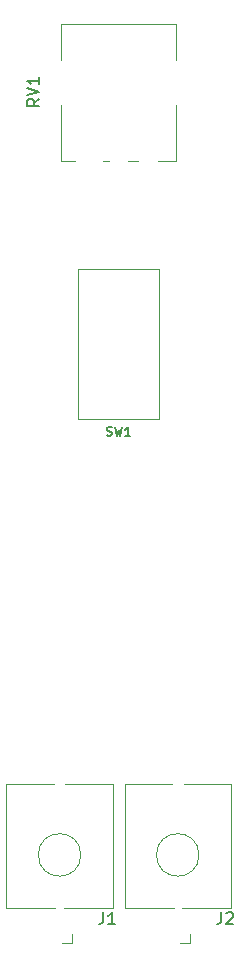
<source format=gto>
G04 #@! TF.GenerationSoftware,KiCad,Pcbnew,(5.1.10)-1*
G04 #@! TF.CreationDate,2021-10-20T10:43:16-05:00*
G04 #@! TF.ProjectId,Slew Limiter Board,536c6577-204c-4696-9d69-74657220426f,1.2*
G04 #@! TF.SameCoordinates,Original*
G04 #@! TF.FileFunction,Legend,Top*
G04 #@! TF.FilePolarity,Positive*
%FSLAX46Y46*%
G04 Gerber Fmt 4.6, Leading zero omitted, Abs format (unit mm)*
G04 Created by KiCad (PCBNEW (5.1.10)-1) date 2021-10-20 10:43:16*
%MOMM*%
%LPD*%
G01*
G04 APERTURE LIST*
%ADD10C,0.120000*%
%ADD11C,0.150000*%
%ADD12C,2.082800*%
%ADD13C,1.600000*%
%ADD14O,1.600000X1.600000*%
%ADD15C,3.100000*%
%ADD16C,2.130000*%
%ADD17R,1.930000X1.830000*%
%ADD18O,2.720000X3.240000*%
%ADD19C,1.800000*%
%ADD20R,1.800000X1.800000*%
%ADD21R,1.500000X1.500000*%
%ADD22O,1.500000X1.500000*%
%ADD23R,1.600000X1.600000*%
%ADD24O,1.600000X2.400000*%
%ADD25R,1.600000X2.400000*%
G04 APERTURE END LIST*
D10*
X-3430000Y-4150000D02*
X-3430000Y8550000D01*
X-3430000Y8550000D02*
X3430000Y8550000D01*
X3430000Y8540000D02*
X3430000Y-4150000D01*
X3430000Y-4150000D02*
X-3420000Y-4150000D01*
X-3420000Y-4150000D02*
X-3420000Y-4140000D01*
X6060000Y-48500000D02*
X5200000Y-48500000D01*
X6060000Y-48500000D02*
X6060000Y-47700000D01*
X6800000Y-41020000D02*
G75*
G03*
X6800000Y-41020000I-1800000J0D01*
G01*
X5350000Y-45520000D02*
X9500000Y-45520000D01*
X500000Y-45520000D02*
X4650000Y-45520000D01*
X5500000Y-35020000D02*
X9500000Y-35020000D01*
X500000Y-35020000D02*
X4500000Y-35020000D01*
X500000Y-45520000D02*
X500000Y-35020000D01*
X9500000Y-45520000D02*
X9500000Y-35020000D01*
X-3940000Y-48500000D02*
X-4800000Y-48500000D01*
X-3940000Y-48500000D02*
X-3940000Y-47700000D01*
X-3200000Y-41020000D02*
G75*
G03*
X-3200000Y-41020000I-1800000J0D01*
G01*
X-4650000Y-45520000D02*
X-500000Y-45520000D01*
X-9500000Y-45520000D02*
X-5350000Y-45520000D01*
X-4500000Y-35020000D02*
X-500000Y-35020000D01*
X-9500000Y-35020000D02*
X-5500000Y-35020000D01*
X-9500000Y-45520000D02*
X-9500000Y-35020000D01*
X-500000Y-45520000D02*
X-500000Y-35020000D01*
X4830000Y29350000D02*
X-4910000Y29350000D01*
X4830000Y17760000D02*
X3340000Y17760000D01*
X4830000Y26290000D02*
X4830000Y29350000D01*
X-4920000Y17760000D02*
X-4920000Y22480000D01*
X-4910000Y26290000D02*
X-4910000Y29350000D01*
X4830000Y17760000D02*
X4830000Y22480000D01*
X-3730000Y17760000D02*
X-4910000Y17760000D01*
X-830000Y17760000D02*
X-1360000Y17760000D01*
X1620000Y17760000D02*
X790000Y17760000D01*
D11*
X-999999Y-5503571D02*
X-892857Y-5539285D01*
X-714285Y-5539285D01*
X-642857Y-5503571D01*
X-607142Y-5467857D01*
X-571428Y-5396428D01*
X-571428Y-5325000D01*
X-607142Y-5253571D01*
X-642857Y-5217857D01*
X-714285Y-5182142D01*
X-857142Y-5146428D01*
X-928571Y-5110714D01*
X-964285Y-5075000D01*
X-999999Y-5003571D01*
X-999999Y-4932142D01*
X-964285Y-4860714D01*
X-928571Y-4825000D01*
X-857142Y-4789285D01*
X-678571Y-4789285D01*
X-571428Y-4825000D01*
X-321428Y-4789285D02*
X-142857Y-5539285D01*
X0Y-5003571D01*
X142857Y-5539285D01*
X321428Y-4789285D01*
X1000000Y-5539285D02*
X571428Y-5539285D01*
X785714Y-5539285D02*
X785714Y-4789285D01*
X714285Y-4896428D01*
X642857Y-4967857D01*
X571428Y-5003571D01*
X8696666Y-45872380D02*
X8696666Y-46586666D01*
X8649047Y-46729523D01*
X8553809Y-46824761D01*
X8410952Y-46872380D01*
X8315714Y-46872380D01*
X9125238Y-45967619D02*
X9172857Y-45920000D01*
X9268095Y-45872380D01*
X9506190Y-45872380D01*
X9601428Y-45920000D01*
X9649047Y-45967619D01*
X9696666Y-46062857D01*
X9696666Y-46158095D01*
X9649047Y-46300952D01*
X9077619Y-46872380D01*
X9696666Y-46872380D01*
X-1303333Y-45872380D02*
X-1303333Y-46586666D01*
X-1350952Y-46729523D01*
X-1446190Y-46824761D01*
X-1589047Y-46872380D01*
X-1684285Y-46872380D01*
X-303333Y-46872380D02*
X-874761Y-46872380D01*
X-589047Y-46872380D02*
X-589047Y-45872380D01*
X-684285Y-46015238D01*
X-779523Y-46110476D01*
X-874761Y-46158095D01*
X-6727619Y22994761D02*
X-7203809Y22661428D01*
X-6727619Y22423333D02*
X-7727619Y22423333D01*
X-7727619Y22804285D01*
X-7680000Y22899523D01*
X-7632380Y22947142D01*
X-7537142Y22994761D01*
X-7394285Y22994761D01*
X-7299047Y22947142D01*
X-7251428Y22899523D01*
X-7203809Y22804285D01*
X-7203809Y22423333D01*
X-7727619Y23280476D02*
X-6727619Y23613809D01*
X-7727619Y23947142D01*
X-6727619Y24804285D02*
X-6727619Y24232857D01*
X-6727619Y24518571D02*
X-7727619Y24518571D01*
X-7584761Y24423333D01*
X-7489523Y24328095D01*
X-7441904Y24232857D01*
%LPC*%
D12*
X5070000Y43630000D03*
X5070000Y46424000D03*
X2530000Y43630000D03*
X2530000Y46424000D03*
X-10000Y43630000D03*
X-10000Y46424000D03*
X-2550000Y43630000D03*
X-2550000Y46424000D03*
X-5090000Y43630000D03*
X-5090000Y46424000D03*
D13*
X0Y11300000D03*
X0Y13300000D03*
D14*
X7500000Y-11160000D03*
D13*
X7500000Y-13700000D03*
D14*
X0Y-11160000D03*
D13*
X0Y-13700000D03*
D14*
X3750000Y-11160000D03*
D13*
X3750000Y-13700000D03*
D14*
X-3750000Y-31300000D03*
D13*
X-3750000Y-28760000D03*
D14*
X-7500000Y-31340000D03*
D13*
X-7500000Y-28800000D03*
D15*
X0Y2200000D03*
X0Y-2500000D03*
X0Y6900000D03*
D16*
X5000000Y-44400000D03*
D17*
X5000000Y-47500000D03*
D16*
X5000000Y-36100000D03*
X-5000000Y-44400000D03*
D17*
X-5000000Y-47500000D03*
D16*
X-5000000Y-36100000D03*
D18*
X-4840000Y24380000D03*
X4760000Y24380000D03*
D19*
X2460000Y16880000D03*
X-40000Y16880000D03*
D20*
X-2540000Y16880000D03*
D13*
X7500000Y-18700000D03*
X7500000Y-23700000D03*
X-7500000Y-23700000D03*
X-7500000Y-18700000D03*
D21*
X1500000Y30825000D03*
D22*
X1500000Y38445000D03*
D21*
X-1525000Y38445000D03*
D22*
X-1525000Y30825000D03*
X-6000000Y-13700000D03*
D21*
X-6000000Y-6080000D03*
D22*
X-3000000Y-6080000D03*
D21*
X-3000000Y-13700000D03*
D23*
X6000000Y36000000D03*
D13*
X6000000Y33500000D03*
D23*
X-6000000Y36000000D03*
D13*
X-6000000Y33500000D03*
D24*
X3750000Y-17380000D03*
X-3870000Y-25000000D03*
X1210000Y-17380000D03*
X-1330000Y-25000000D03*
X-1330000Y-17380000D03*
X1210000Y-25000000D03*
X-3870000Y-17380000D03*
D25*
X3750000Y-25000000D03*
M02*

</source>
